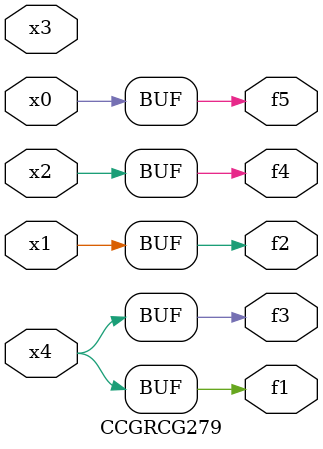
<source format=v>
module CCGRCG279(
	input x0, x1, x2, x3, x4,
	output f1, f2, f3, f4, f5
);
	assign f1 = x4;
	assign f2 = x1;
	assign f3 = x4;
	assign f4 = x2;
	assign f5 = x0;
endmodule

</source>
